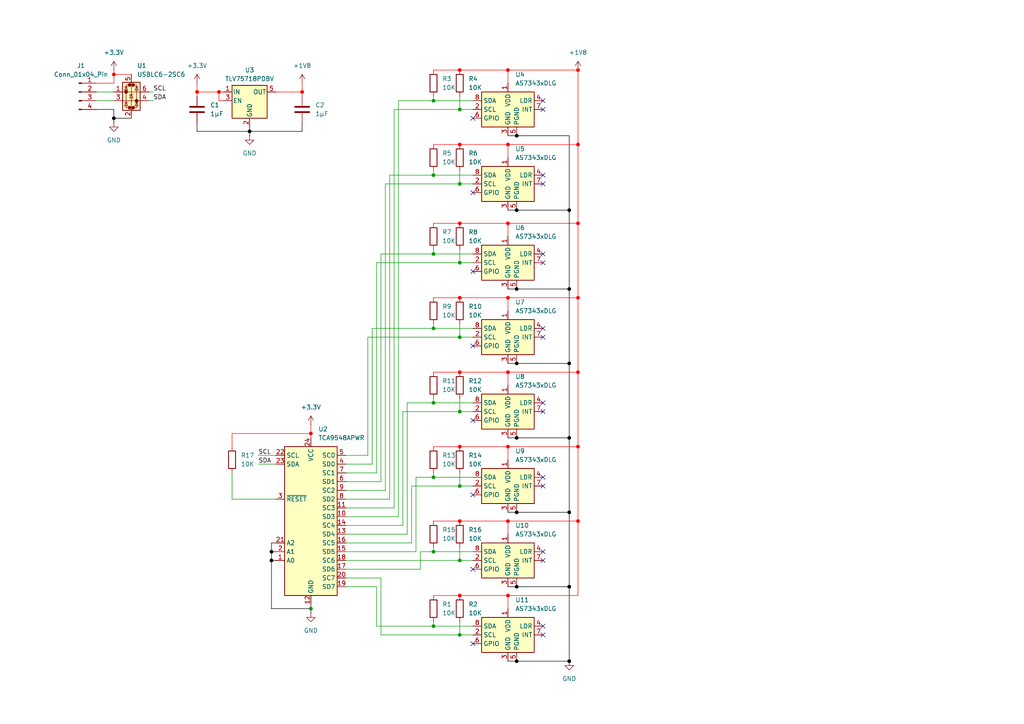
<source format=kicad_sch>
(kicad_sch (version 20250114) (generator "eeschema") (generator_version "9.0")
  (paper "A4")
  (lib_symbols
    (symbol "Connector:Conn_01x04_Pin" (pin_names (offset 1.016) (hide yes))
      (property "Reference" "J" (at 0 5.08 0))
      (property "Value" "Conn_01x04_Pin" (at 0 -7.62 0))
      (symbol "Conn_01x04_Pin_1_1"
        (rectangle (start 0.8636 2.667) (end 0 2.413) (stroke (width 0.1524)) (fill (type outline)))
        (rectangle (start 0.8636 0.127) (end 0 -0.127) (stroke (width 0.1524)) (fill (type outline)))
        (rectangle (start 0.8636 -2.413) (end 0 -2.667) (stroke (width 0.1524)) (fill (type outline)))
        (rectangle (start 0.8636 -4.953) (end 0 -5.207) (stroke (width 0.1524)) (fill (type outline)))
        (polyline (pts (xy 1.27 2.54) (xy 0.8636 2.54)) (stroke (width 0.1524)))
        (polyline (pts (xy 1.27 0) (xy 0.8636 0)) (stroke (width 0.1524)))
        (polyline (pts (xy 1.27 -2.54) (xy 0.8636 -2.54)) (stroke (width 0.1524)))
        (polyline (pts (xy 1.27 -5.08) (xy 0.8636 -5.08)) (stroke (width 0.1524)))
        (pin passive line (at 5.08 2.54 180) (length 3.81) (name "Pin_1") (number "1"))
        (pin passive line (at 5.08 0 180) (length 3.81) (name "Pin_2") (number "2"))
        (pin passive line (at 5.08 -2.54 180) (length 3.81) (name "Pin_3") (number "3"))
        (pin passive line (at 5.08 -5.08 180) (length 3.81) (name "Pin_4") (number "4"))
      )
    )
    (symbol "Device:C" (pin_numbers (hide yes)) (pin_names (offset 0.254))
      (property "Reference" "C" (at 0.635 2.54 0))
      (property "Value" "C" (at 0.635 -2.54 0))
      (symbol "C_0_1"
        (polyline (pts (xy -2.032 0.762) (xy 2.032 0.762)) (stroke (width 0.508)))
        (polyline (pts (xy -2.032 -0.762) (xy 2.032 -0.762)) (stroke (width 0.508)))
      )
      (symbol "C_1_1"
        (pin passive line (at 0 3.81 270) (length 2.794) (name "~") (number "1"))
        (pin passive line (at 0 -3.81 90) (length 2.794) (name "~") (number "2"))
      )
    )
    (symbol "Device:R" (pin_numbers (hide yes)) (pin_names (offset 0))
      (property "Reference" "R" (at 2.032 0 90))
      (property "Value" "R" (at 0 0 90))
      (symbol "R_0_1"
        (rectangle (start -1.016 -2.54) (end 1.016 2.54) (stroke (width 0.254)))
      )
      (symbol "R_1_1"
        (pin passive line (at 0 3.81 270) (length 1.27) (name "~") (number "1"))
        (pin passive line (at 0 -3.81 90) (length 1.27) (name "~") (number "2"))
      )
    )
    (symbol "Interface_Expansion:TCA9548APWR"
      (property "Reference" "U" (at -7.62 21.59 0))
      (property "Value" "TCA9548APWR" (at 1.016 21.59 0))
      (symbol "TCA9548APWR_0_1"
        (rectangle (start -7.62 20.32) (end 7.62 -22.86) (stroke (width 0.254)) (fill (type background)))
      )
      (symbol "TCA9548APWR_1_1"
        (pin input line (at -10.16 17.78 0) (length 2.54) (name "SCL") (number "22"))
        (pin bidirectional line (at -10.16 15.24 0) (length 2.54) (name "SDA") (number "23"))
        (pin input line (at -10.16 5.08 0) (length 2.54) (name "~{RESET}") (number "3"))
        (pin input line (at -10.16 -7.62 0) (length 2.54) (name "A2") (number "21"))
        (pin input line (at -10.16 -10.16 0) (length 2.54) (name "A1") (number "2"))
        (pin input line (at -10.16 -12.7 0) (length 2.54) (name "A0") (number "1"))
        (pin power_in line (at 0 22.86 270) (length 2.54) (name "VCC") (number "24"))
        (pin power_in line (at 0 -25.4 90) (length 2.54) (name "GND") (number "12"))
        (pin output line (at 10.16 17.78 180) (length 2.54) (name "SC0") (number "5"))
        (pin bidirectional line (at 10.16 15.24 180) (length 2.54) (name "SD0") (number "4"))
        (pin output line (at 10.16 12.7 180) (length 2.54) (name "SC1") (number "7"))
        (pin bidirectional line (at 10.16 10.16 180) (length 2.54) (name "SD1") (number "6"))
        (pin output line (at 10.16 7.62 180) (length 2.54) (name "SC2") (number "9"))
        (pin bidirectional line (at 10.16 5.08 180) (length 2.54) (name "SD2") (number "8"))
        (pin output line (at 10.16 2.54 180) (length 2.54) (name "SC3") (number "11"))
        (pin bidirectional line (at 10.16 0 180) (length 2.54) (name "SD3") (number "10"))
        (pin output line (at 10.16 -2.54 180) (length 2.54) (name "SC4") (number "14"))
        (pin bidirectional line (at 10.16 -5.08 180) (length 2.54) (name "SD4") (number "13"))
        (pin output line (at 10.16 -7.62 180) (length 2.54) (name "SC5") (number "16"))
        (pin bidirectional line (at 10.16 -10.16 180) (length 2.54) (name "SD5") (number "15"))
        (pin output line (at 10.16 -12.7 180) (length 2.54) (name "SC6") (number "18"))
        (pin bidirectional line (at 10.16 -15.24 180) (length 2.54) (name "SD6") (number "17"))
        (pin output line (at 10.16 -17.78 180) (length 2.54) (name "SC7") (number "20"))
        (pin bidirectional line (at 10.16 -20.32 180) (length 2.54) (name "SD7") (number "19"))
      )
    )
    (symbol "Power_Protection:USBLC6-2SC6" (pin_names (hide yes))
      (property "Reference" "U" (at 0.635 5.715 0))
      (property "Value" "USBLC6-2SC6" (at 0.635 3.81 0))
      (symbol "USBLC6-2SC6_0_0"
        (circle (center -1.524 0) (radius 0.0001) (stroke (width 0.508)))
        (circle (center -0.508 2.032) (radius 0.0001) (stroke (width 0.508)))
        (circle (center -0.508 -4.572) (radius 0.0001) (stroke (width 0.508)))
        (circle (center 0.508 2.032) (radius 0.0001) (stroke (width 0.508)))
        (circle (center 0.508 -4.572) (radius 0.0001) (stroke (width 0.508)))
        (circle (center 1.524 -2.54) (radius 0.0001) (stroke (width 0.508)))
      )
      (symbol "USBLC6-2SC6_0_1"
        (polyline (pts (xy -2.54 0) (xy 2.54 0)))
        (polyline (pts (xy -2.54 -2.54) (xy 2.54 -2.54)))
        (polyline (pts (xy -2.032 0.508) (xy -1.016 0.508) (xy -1.524 1.524) (xy -2.032 0.508)))
        (polyline (pts (xy -2.032 -3.048) (xy -1.016 -3.048)))
        (polyline (pts (xy -1.016 1.524) (xy -2.032 1.524)))
        (polyline (pts (xy -1.016 -4.064) (xy -2.032 -4.064) (xy -1.524 -3.048) (xy -1.016 -4.064)))
        (polyline (pts (xy -0.508 -1.143) (xy -0.508 -0.762) (xy 0.508 -0.762)))
        (polyline (pts (xy 0 2.54) (xy -0.508 2.032) (xy 0.508 2.032) (xy 0 1.524) (xy 0 -4.064) (xy -0.508 -4.572) (xy 0.508 -4.572) (xy 0 -5.08)))
        (polyline (pts (xy 0.508 -1.778) (xy -0.508 -1.778) (xy 0 -0.762) (xy 0.508 -1.778)))
        (polyline (pts (xy 1.016 1.524) (xy 2.032 1.524)))
        (polyline (pts (xy 1.016 -3.048) (xy 2.032 -3.048)))
        (polyline (pts (xy 2.032 0.508) (xy 1.016 0.508) (xy 1.524 1.524) (xy 2.032 0.508)))
        (polyline (pts (xy 2.032 -4.064) (xy 1.016 -4.064) (xy 1.524 -3.048) (xy 2.032 -4.064)))
      )
      (symbol "USBLC6-2SC6_1_1"
        (rectangle (start -2.54 2.794) (end 2.54 -5.334) (stroke (width 0.254)) (fill (type background)))
        (polyline (pts (xy -0.508 2.032) (xy -1.524 2.032) (xy -1.524 -4.572) (xy -0.508 -4.572)))
        (polyline (pts (xy 0.508 -4.572) (xy 1.524 -4.572) (xy 1.524 2.032) (xy 0.508 2.032)))
        (pin passive line (at -5.08 0 0) (length 2.54) (name "I/O1") (number "1"))
        (pin passive line (at -5.08 -2.54 0) (length 2.54) (name "I/O2") (number "3"))
        (pin passive line (at 0 5.08 270) (length 2.54) (name "VBUS") (number "5"))
        (pin passive line (at 0 -7.62 90) (length 2.54) (name "GND") (number "2"))
        (pin passive line (at 5.08 0 180) (length 2.54) (name "I/O1") (number "6"))
        (pin passive line (at 5.08 -2.54 180) (length 2.54) (name "I/O2") (number "4"))
      )
    )
    (symbol "Regulator_Linear:TLV75718PDBV" (pin_names (offset 0.254))
      (property "Reference" "U" (at -3.81 5.715 0))
      (property "Value" "TLV75718PDBV" (at 0 5.715 0))
      (symbol "TLV75718PDBV_0_1"
        (rectangle (start -5.08 4.445) (end 5.08 -5.08) (stroke (width 0.254)) (fill (type background)))
      )
      (symbol "TLV75718PDBV_1_1"
        (pin power_in line (at -7.62 2.54 0) (length 2.54) (name "IN") (number "1"))
        (pin input line (at -7.62 0 0) (length 2.54) (name "EN") (number "3"))
        (pin power_in line (at 0 -7.62 90) (length 2.54) (name "GND") (number "2"))
        (pin no_connect line (at 5.08 0 180) (length 2.54) (hide yes) (name "NC") (number "4"))
        (pin power_out line (at 7.62 2.54 180) (length 2.54) (name "OUT") (number "5"))
      )
    )
    (symbol "Sensor_Optical:AS7343xDLG"
      (property "Reference" "U" (at -2.54 8.255 0))
      (property "Value" "AS7343xDLG" (at -2.54 6.35 0))
      (symbol "AS7343xDLG_0_1"
        (rectangle (start -7.62 5.08) (end 7.62 -5.08) (stroke (width 0.254)) (fill (type background)))
      )
      (symbol "AS7343xDLG_1_1"
        (pin bidirectional line (at -10.16 2.54 0) (length 2.54) (name "SDA") (number "8"))
        (pin input line (at -10.16 0 0) (length 2.54) (name "SCL") (number "2"))
        (pin input line (at -10.16 -2.54 0) (length 2.54) (name "GPIO") (number "6"))
        (pin power_in line (at 0 7.62 270) (length 2.54) (name "VDD") (number "1"))
        (pin power_in line (at 0 -7.62 90) (length 2.54) (name "GND") (number "3"))
        (pin power_in line (at 2.54 -7.62 90) (length 2.54) (name "PGND") (number "5"))
        (pin passive line (at 10.16 2.54 180) (length 2.54) (name "LDR") (number "4"))
        (pin open_collector line (at 10.16 0 180) (length 2.54) (name "INT") (number "7"))
      )
    )
    (symbol "power:+1V8" (power) (pin_numbers (hide yes)) (pin_names (offset 0) (hide yes))
      (property "Value" "+1V8" (at 0 3.556 0))
      (symbol "+1V8_0_1"
        (polyline (pts (xy -0.762 1.27) (xy 0 2.54)))
        (polyline (pts (xy 0 2.54) (xy 0.762 1.27)))
        (polyline (pts (xy 0 0) (xy 0 2.54)))
      )
      (symbol "+1V8_1_1"
        (pin power_in line (at 0 0 90) (length 0) (name "~") (number "1"))
      )
    )
    (symbol "power:+3.3V" (power) (pin_numbers (hide yes)) (pin_names (offset 0) (hide yes))
      (property "Value" "+3.3V" (at 0 3.556 0))
      (symbol "+3.3V_0_1"
        (polyline (pts (xy -0.762 1.27) (xy 0 2.54)))
        (polyline (pts (xy 0 2.54) (xy 0.762 1.27)))
        (polyline (pts (xy 0 0) (xy 0 2.54)))
      )
      (symbol "+3.3V_1_1"
        (pin power_in line (at 0 0 90) (length 0) (name "~") (number "1"))
      )
    )
    (symbol "power:GND" (power) (pin_numbers (hide yes)) (pin_names (offset 0) (hide yes))
      (property "Value" "GND" (at 0 -3.81 0))
      (symbol "GND_0_1"
        (polyline (pts (xy 0 0) (xy 0 -1.27) (xy 1.27 -1.27) (xy 0 -2.54) (xy -1.27 -1.27) (xy 0 -1.27)))
      )
      (symbol "GND_1_1"
        (pin power_in line (at 0 0 270) (length 0) (name "~") (number "1"))
      )
    )
  )
  (junction (at 167.64 20.32) (color 255 0 0 1))
  (junction (at 147.32 172.72) (color 255 0 0 1))
  (junction (at 149.86 39.37) (color 0 0 0 1))
  (junction (at 133.35 172.72) (color 255 0 0 1))
  (junction (at 165.1 83.82) (color 0 0 0 1))
  (junction (at 149.86 170.18) (color 0 0 0 1))
  (junction (at 90.17 125.73) (color 255 0 0 1))
  (junction (at 57.15 26.67) (color 255 0 0 1))
  (junction (at 125.73 50.8))
  (junction (at 149.86 191.77) (color 0 0 0 1))
  (junction (at 133.35 129.54) (color 255 0 0 1))
  (junction (at 133.35 119.38))
  (junction (at 125.73 95.25))
  (junction (at 133.35 64.77) (color 255 0 0 1))
  (junction (at 125.73 73.66))
  (junction (at 147.32 107.95) (color 255 0 0 1))
  (junction (at 167.64 129.54) (color 255 0 0 1))
  (junction (at 149.86 148.59) (color 0 0 0 1))
  (junction (at 167.64 107.95) (color 255 0 0 1))
  (junction (at 167.64 151.13) (color 255 0 0 1))
  (junction (at 133.35 53.34))
  (junction (at 167.64 41.91) (color 255 0 0 1))
  (junction (at 147.32 151.13) (color 255 0 0 1))
  (junction (at 149.86 105.41) (color 0 0 0 1))
  (junction (at 33.02 21.59) (color 255 0 0 1))
  (junction (at 78.74 160.02) (color 0 0 0 1))
  (junction (at 165.1 127) (color 0 0 0 1))
  (junction (at 63.5 26.67) (color 255 0 0 1))
  (junction (at 133.35 151.13) (color 255 0 0 1))
  (junction (at 167.64 86.36) (color 255 0 0 1))
  (junction (at 167.64 64.77) (color 255 0 0 1))
  (junction (at 133.35 140.97))
  (junction (at 149.86 127) (color 0 0 0 1))
  (junction (at 125.73 138.43))
  (junction (at 133.35 31.75))
  (junction (at 147.32 41.91) (color 255 0 0 1))
  (junction (at 165.1 170.18) (color 0 0 0 1))
  (junction (at 125.73 181.61))
  (junction (at 125.73 160.02))
  (junction (at 87.63 26.67) (color 255 0 0 1))
  (junction (at 165.1 191.77) (color 0 0 0 1))
  (junction (at 133.35 20.32) (color 255 0 0 1))
  (junction (at 33.02 34.29) (color 0 0 0 1))
  (junction (at 149.86 83.82) (color 0 0 0 1))
  (junction (at 147.32 86.36) (color 255 0 0 1))
  (junction (at 78.74 162.56) (color 0 0 0 1))
  (junction (at 72.39 38.1) (color 0 0 0 1))
  (junction (at 147.32 64.77) (color 255 0 0 1))
  (junction (at 125.73 29.21))
  (junction (at 165.1 105.41) (color 0 0 0 1))
  (junction (at 165.1 60.96) (color 0 0 0 1))
  (junction (at 133.35 162.56))
  (junction (at 147.32 20.32) (color 255 0 0 1))
  (junction (at 90.17 176.53))
  (junction (at 149.86 60.96) (color 0 0 0 1))
  (junction (at 133.35 184.15))
  (junction (at 133.35 97.79))
  (junction (at 165.1 148.59) (color 0 0 0 1))
  (junction (at 125.73 116.84))
  (junction (at 147.32 129.54) (color 255 0 0 1))
  (junction (at 133.35 41.91) (color 255 0 0 1))
  (junction (at 133.35 86.36) (color 255 0 0 1))
  (junction (at 133.35 107.95) (color 255 0 0 1))
  (junction (at 133.35 76.2))
  (no_connect (at 137.16 143.51))
  (no_connect (at 157.48 116.84))
  (no_connect (at 157.48 181.61))
  (no_connect (at 137.16 78.74))
  (no_connect (at 137.16 55.88))
  (no_connect (at 157.48 73.66))
  (no_connect (at 137.16 100.33))
  (no_connect (at 137.16 121.92))
  (no_connect (at 157.48 50.8))
  (no_connect (at 137.16 34.29))
  (no_connect (at 157.48 184.15))
  (no_connect (at 157.48 138.43))
  (no_connect (at 157.48 162.56))
  (no_connect (at 157.48 76.2))
  (no_connect (at 157.48 97.79))
  (no_connect (at 157.48 29.21))
  (no_connect (at 137.16 165.1))
  (no_connect (at 157.48 140.97))
  (no_connect (at 137.16 186.69))
  (no_connect (at 157.48 119.38))
  (no_connect (at 157.48 53.34))
  (no_connect (at 157.48 31.75))
  (no_connect (at 157.48 160.02))
  (no_connect (at 157.48 95.25))
  (wire (pts (xy 110.49 139.7) (xy 110.49 73.66)))
  (wire (pts (xy 147.32 45.72) (xy 147.32 41.91)) (stroke (width 0) (color 255 0 0 1)))
  (wire (pts (xy 114.3 31.75) (xy 133.35 31.75)))
  (wire (pts (xy 119.38 157.48) (xy 100.33 157.48)))
  (wire (pts (xy 137.16 53.34) (xy 133.35 53.34)))
  (wire (pts (xy 167.64 172.72) (xy 167.64 151.13)) (stroke (width 0) (color 255 0 0 1)))
  (wire (pts (xy 27.94 29.21) (xy 33.02 29.21)))
  (wire (pts (xy 147.32 151.13) (xy 147.32 154.94)) (stroke (width 0) (color 255 0 0 1)))
  (wire (pts (xy 64.77 29.21) (xy 63.5 29.21)) (stroke (width 0) (color 255 0 0 1)))
  (wire (pts (xy 125.73 160.02) (xy 121.92 160.02)))
  (wire (pts (xy 133.35 20.32) (xy 147.32 20.32)) (stroke (width 0) (color 255 0 0 1)))
  (wire (pts (xy 120.65 160.02) (xy 100.33 160.02)))
  (wire (pts (xy 167.64 129.54) (xy 167.64 107.95)) (stroke (width 0) (color 255 0 0 1)))
  (wire (pts (xy 90.17 125.73) (xy 67.31 125.73)) (stroke (width 0) (color 255 0 0 1)))
  (wire (pts (xy 87.63 38.1) (xy 87.63 35.56)) (stroke (width 0) (color 0 0 0 1)))
  (wire (pts (xy 147.32 148.59) (xy 149.86 148.59)) (stroke (width 0) (color 0 0 0 1)))
  (wire (pts (xy 133.35 27.94) (xy 133.35 31.75)))
  (wire (pts (xy 33.02 21.59) (xy 38.1 21.59)) (stroke (width 0) (color 255 0 0 1)))
  (wire (pts (xy 125.73 158.75) (xy 125.73 160.02)))
  (wire (pts (xy 133.35 86.36) (xy 147.32 86.36)) (stroke (width 0) (color 255 0 0 1)))
  (wire (pts (xy 125.73 86.36) (xy 133.35 86.36)) (stroke (width 0) (color 255 0 0 1)))
  (wire (pts (xy 43.18 26.67) (xy 44.45 26.67)))
  (wire (pts (xy 72.39 36.83) (xy 72.39 38.1)) (stroke (width 0) (color 0 0 0 1)))
  (wire (pts (xy 90.17 175.26) (xy 90.17 176.53)) (stroke (width 0) (color 0 0 0 1)))
  (wire (pts (xy 167.64 107.95) (xy 167.64 86.36)) (stroke (width 0) (color 255 0 0 1)))
  (wire (pts (xy 57.15 24.13) (xy 57.15 26.67)) (stroke (width 0) (color 255 0 0 1)))
  (wire (pts (xy 125.73 41.91) (xy 133.35 41.91)) (stroke (width 0) (color 255 0 0 1)))
  (wire (pts (xy 133.35 107.95) (xy 147.32 107.95)) (stroke (width 0) (color 255 0 0 1)))
  (wire (pts (xy 27.94 31.75) (xy 33.02 31.75)) (stroke (width 0) (color 0 0 0 1)))
  (wire (pts (xy 87.63 26.67) (xy 87.63 27.94)) (stroke (width 0) (color 255 0 0 1)))
  (wire (pts (xy 149.86 127) (xy 165.1 127)) (stroke (width 0) (color 0 0 0 1)))
  (wire (pts (xy 137.16 116.84) (xy 125.73 116.84)))
  (wire (pts (xy 125.73 93.98) (xy 125.73 95.25)))
  (wire (pts (xy 137.16 138.43) (xy 125.73 138.43)))
  (wire (pts (xy 125.73 50.8) (xy 137.16 50.8)))
  (wire (pts (xy 167.64 151.13) (xy 167.64 129.54)) (stroke (width 0) (color 255 0 0 1)))
  (wire (pts (xy 125.73 180.34) (xy 125.73 181.61)))
  (wire (pts (xy 137.16 76.2) (xy 133.35 76.2)))
  (wire (pts (xy 107.95 95.25) (xy 125.73 95.25)))
  (wire (pts (xy 147.32 41.91) (xy 167.64 41.91)) (stroke (width 0) (color 255 0 0 1)))
  (wire (pts (xy 125.73 116.84) (xy 118.11 116.84)))
  (wire (pts (xy 114.3 147.32) (xy 114.3 31.75)))
  (wire (pts (xy 74.93 132.08) (xy 80.01 132.08)))
  (wire (pts (xy 165.1 60.96) (xy 165.1 83.82)) (stroke (width 0) (color 0 0 0 1)))
  (wire (pts (xy 100.33 132.08) (xy 106.68 132.08)))
  (wire (pts (xy 57.15 35.56) (xy 57.15 38.1)) (stroke (width 0) (color 0 0 0 1)))
  (wire (pts (xy 125.73 151.13) (xy 133.35 151.13)) (stroke (width 0) (color 255 0 0 1)))
  (wire (pts (xy 167.64 151.13) (xy 147.32 151.13)) (stroke (width 0) (color 255 0 0 1)))
  (wire (pts (xy 147.32 64.77) (xy 167.64 64.77)) (stroke (width 0) (color 255 0 0 1)))
  (wire (pts (xy 109.22 137.16) (xy 100.33 137.16)))
  (wire (pts (xy 133.35 115.57) (xy 133.35 119.38)))
  (wire (pts (xy 111.76 142.24) (xy 100.33 142.24)))
  (wire (pts (xy 149.86 191.77) (xy 165.1 191.77)) (stroke (width 0) (color 0 0 0 1)))
  (wire (pts (xy 147.32 133.35) (xy 147.32 129.54)) (stroke (width 0) (color 255 0 0 1)))
  (wire (pts (xy 72.39 38.1) (xy 72.39 39.37)) (stroke (width 0) (color 0 0 0 1)))
  (wire (pts (xy 133.35 41.91) (xy 147.32 41.91)) (stroke (width 0) (color 255 0 0 1)))
  (wire (pts (xy 115.57 149.86) (xy 100.33 149.86)))
  (wire (pts (xy 133.35 119.38) (xy 116.84 119.38)))
  (wire (pts (xy 113.03 50.8) (xy 113.03 144.78)))
  (wire (pts (xy 125.73 20.32) (xy 133.35 20.32)) (stroke (width 0) (color 255 0 0 1)))
  (wire (pts (xy 125.73 172.72) (xy 133.35 172.72)) (stroke (width 0) (color 255 0 0 1)))
  (wire (pts (xy 87.63 24.13) (xy 87.63 26.67)) (stroke (width 0) (color 255 0 0 1)))
  (wire (pts (xy 109.22 76.2) (xy 133.35 76.2)))
  (wire (pts (xy 72.39 38.1) (xy 87.63 38.1)) (stroke (width 0) (color 0 0 0 1)))
  (wire (pts (xy 116.84 152.4) (xy 100.33 152.4)))
  (wire (pts (xy 147.32 172.72) (xy 167.64 172.72)) (stroke (width 0) (color 255 0 0 1)))
  (wire (pts (xy 165.1 127) (xy 165.1 148.59)) (stroke (width 0) (color 0 0 0 1)))
  (wire (pts (xy 114.3 147.32) (xy 100.33 147.32)))
  (wire (pts (xy 100.33 144.78) (xy 113.03 144.78)))
  (wire (pts (xy 125.73 72.39) (xy 125.73 73.66)))
  (wire (pts (xy 109.22 170.18) (xy 100.33 170.18)))
  (wire (pts (xy 33.02 34.29) (xy 33.02 35.56)) (stroke (width 0) (color 0 0 0 1)))
  (wire (pts (xy 106.68 132.08) (xy 106.68 97.79)))
  (wire (pts (xy 74.93 134.62) (xy 80.01 134.62)))
  (wire (pts (xy 133.35 49.53) (xy 133.35 53.34)))
  (wire (pts (xy 137.16 184.15) (xy 133.35 184.15)))
  (wire (pts (xy 125.73 107.95) (xy 133.35 107.95)) (stroke (width 0) (color 255 0 0 1)))
  (wire (pts (xy 167.64 41.91) (xy 167.64 20.32)) (stroke (width 0) (color 255 0 0 1)))
  (wire (pts (xy 137.16 140.97) (xy 133.35 140.97)))
  (wire (pts (xy 125.73 137.16) (xy 125.73 138.43)))
  (wire (pts (xy 147.32 191.77) (xy 149.86 191.77)) (stroke (width 0) (color 0 0 0 1)))
  (wire (pts (xy 147.32 176.53) (xy 147.32 172.72)) (stroke (width 0) (color 255 0 0 1)))
  (wire (pts (xy 149.86 83.82) (xy 165.1 83.82)) (stroke (width 0) (color 0 0 0 1)))
  (wire (pts (xy 133.35 72.39) (xy 133.35 76.2)))
  (wire (pts (xy 57.15 38.1) (xy 72.39 38.1)) (stroke (width 0) (color 0 0 0 1)))
  (wire (pts (xy 167.64 86.36) (xy 167.64 64.77)) (stroke (width 0) (color 255 0 0 1)))
  (wire (pts (xy 125.73 29.21) (xy 137.16 29.21)))
  (wire (pts (xy 133.35 162.56) (xy 137.16 162.56)))
  (wire (pts (xy 133.35 180.34) (xy 133.35 184.15)))
  (wire (pts (xy 33.02 31.75) (xy 33.02 34.29)) (stroke (width 0) (color 0 0 0 1)))
  (wire (pts (xy 133.35 129.54) (xy 147.32 129.54)) (stroke (width 0) (color 255 0 0 1)))
  (wire (pts (xy 90.17 125.73) (xy 90.17 127)) (stroke (width 0) (color 255 0 0 1)))
  (wire (pts (xy 149.86 39.37) (xy 165.1 39.37)) (stroke (width 0) (color 0 0 0 1)))
  (wire (pts (xy 149.86 105.41) (xy 165.1 105.41)) (stroke (width 0) (color 0 0 0 1)))
  (wire (pts (xy 133.35 151.13) (xy 147.32 151.13)) (stroke (width 0) (color 255 0 0 1)))
  (wire (pts (xy 147.32 170.18) (xy 149.86 170.18)) (stroke (width 0) (color 0 0 0 1)))
  (wire (pts (xy 78.74 160.02) (xy 78.74 157.48)) (stroke (width 0) (color 0 0 0 1)))
  (wire (pts (xy 78.74 162.56) (xy 78.74 160.02)) (stroke (width 0) (color 0 0 0 1)))
  (wire (pts (xy 125.73 138.43) (xy 120.65 138.43)))
  (wire (pts (xy 63.5 26.67) (xy 64.77 26.67)) (stroke (width 0) (color 255 0 0 1)))
  (wire (pts (xy 57.15 26.67) (xy 57.15 27.94)) (stroke (width 0) (color 255 0 0 1)))
  (wire (pts (xy 100.33 139.7) (xy 110.49 139.7)))
  (wire (pts (xy 125.73 181.61) (xy 109.22 181.61)))
  (wire (pts (xy 33.02 21.59) (xy 33.02 24.13)) (stroke (width 0) (color 255 0 0 1)))
  (wire (pts (xy 100.33 162.56) (xy 133.35 162.56)))
  (wire (pts (xy 137.16 119.38) (xy 133.35 119.38)))
  (wire (pts (xy 125.73 49.53) (xy 125.73 50.8)))
  (wire (pts (xy 165.1 148.59) (xy 165.1 170.18)) (stroke (width 0) (color 0 0 0 1)))
  (wire (pts (xy 167.64 64.77) (xy 167.64 41.91)) (stroke (width 0) (color 255 0 0 1)))
  (wire (pts (xy 165.1 83.82) (xy 165.1 105.41)) (stroke (width 0) (color 0 0 0 1)))
  (wire (pts (xy 147.32 127) (xy 149.86 127)) (stroke (width 0) (color 0 0 0 1)))
  (wire (pts (xy 109.22 137.16) (xy 109.22 76.2)))
  (wire (pts (xy 113.03 50.8) (xy 125.73 50.8)))
  (wire (pts (xy 149.86 148.59) (xy 165.1 148.59)) (stroke (width 0) (color 0 0 0 1)))
  (wire (pts (xy 125.73 115.57) (xy 125.73 116.84)))
  (wire (pts (xy 90.17 123.19) (xy 90.17 125.73)) (stroke (width 0) (color 255 0 0 1)))
  (wire (pts (xy 33.02 24.13) (xy 27.94 24.13)) (stroke (width 0) (color 255 0 0 1)))
  (wire (pts (xy 125.73 27.94) (xy 125.73 29.21)))
  (wire (pts (xy 78.74 176.53) (xy 78.74 162.56)) (stroke (width 0) (color 0 0 0 1)))
  (wire (pts (xy 147.32 24.13) (xy 147.32 20.32)) (stroke (width 0) (color 255 0 0 1)))
  (wire (pts (xy 133.35 137.16) (xy 133.35 140.97)))
  (wire (pts (xy 133.35 64.77) (xy 147.32 64.77)) (stroke (width 0) (color 255 0 0 1)))
  (wire (pts (xy 118.11 116.84) (xy 118.11 154.94)))
  (wire (pts (xy 147.32 86.36) (xy 167.64 86.36)) (stroke (width 0) (color 255 0 0 1)))
  (wire (pts (xy 78.74 160.02) (xy 80.01 160.02)) (stroke (width 0) (color 0 0 0 1)))
  (wire (pts (xy 110.49 167.64) (xy 100.33 167.64)))
  (wire (pts (xy 165.1 105.41) (xy 165.1 127)) (stroke (width 0) (color 0 0 0 1)))
  (wire (pts (xy 67.31 144.78) (xy 80.01 144.78)))
  (wire (pts (xy 120.65 138.43) (xy 120.65 160.02)))
  (wire (pts (xy 147.32 39.37) (xy 149.86 39.37)) (stroke (width 0) (color 0 0 0 1)))
  (wire (pts (xy 147.32 129.54) (xy 167.64 129.54)) (stroke (width 0) (color 255 0 0 1)))
  (wire (pts (xy 111.76 53.34) (xy 133.35 53.34)))
  (wire (pts (xy 90.17 176.53) (xy 78.74 176.53)) (stroke (width 0) (color 0 0 0 1)))
  (wire (pts (xy 116.84 119.38) (xy 116.84 152.4)))
  (wire (pts (xy 147.32 107.95) (xy 147.32 111.76)) (stroke (width 0) (color 255 0 0 1)))
  (wire (pts (xy 110.49 73.66) (xy 125.73 73.66)))
  (wire (pts (xy 133.35 172.72) (xy 147.32 172.72)) (stroke (width 0) (color 255 0 0 1)))
  (wire (pts (xy 149.86 60.96) (xy 165.1 60.96)) (stroke (width 0) (color 0 0 0 1)))
  (wire (pts (xy 125.73 64.77) (xy 133.35 64.77)) (stroke (width 0) (color 255 0 0 1)))
  (wire (pts (xy 125.73 181.61) (xy 137.16 181.61)))
  (wire (pts (xy 27.94 26.67) (xy 33.02 26.67)))
  (wire (pts (xy 147.32 90.17) (xy 147.32 86.36)) (stroke (width 0) (color 255 0 0 1)))
  (wire (pts (xy 121.92 165.1) (xy 100.33 165.1)))
  (wire (pts (xy 133.35 140.97) (xy 119.38 140.97)))
  (wire (pts (xy 133.35 158.75) (xy 133.35 162.56)))
  (wire (pts (xy 118.11 154.94) (xy 100.33 154.94)))
  (wire (pts (xy 57.15 26.67) (xy 63.5 26.67)) (stroke (width 0) (color 255 0 0 1)))
  (wire (pts (xy 133.35 93.98) (xy 133.35 97.79)))
  (wire (pts (xy 63.5 29.21) (xy 63.5 26.67)) (stroke (width 0) (color 255 0 0 1)))
  (wire (pts (xy 147.32 105.41) (xy 149.86 105.41)) (stroke (width 0) (color 0 0 0 1)))
  (wire (pts (xy 137.16 160.02) (xy 125.73 160.02)))
  (wire (pts (xy 147.32 68.58) (xy 147.32 64.77)) (stroke (width 0) (color 255 0 0 1)))
  (wire (pts (xy 147.32 60.96) (xy 149.86 60.96)) (stroke (width 0) (color 0 0 0 1)))
  (wire (pts (xy 78.74 162.56) (xy 80.01 162.56)) (stroke (width 0) (color 0 0 0 1)))
  (wire (pts (xy 43.18 29.21) (xy 44.45 29.21)))
  (wire (pts (xy 121.92 160.02) (xy 121.92 165.1)))
  (wire (pts (xy 165.1 39.37) (xy 165.1 60.96)) (stroke (width 0) (color 0 0 0 1)))
  (wire (pts (xy 165.1 170.18) (xy 165.1 191.77)) (stroke (width 0) (color 0 0 0 1)))
  (wire (pts (xy 149.86 170.18) (xy 165.1 170.18)) (stroke (width 0) (color 0 0 0 1)))
  (wire (pts (xy 67.31 137.16) (xy 67.31 144.78)))
  (wire (pts (xy 109.22 181.61) (xy 109.22 170.18)))
  (wire (pts (xy 100.33 134.62) (xy 107.95 134.62)))
  (wire (pts (xy 115.57 29.21) (xy 115.57 149.86)))
  (wire (pts (xy 115.57 29.21) (xy 125.73 29.21)))
  (wire (pts (xy 133.35 184.15) (xy 110.49 184.15)))
  (wire (pts (xy 147.32 20.32) (xy 167.64 20.32)) (stroke (width 0) (color 255 0 0 1)))
  (wire (pts (xy 137.16 97.79) (xy 133.35 97.79)))
  (wire (pts (xy 137.16 95.25) (xy 125.73 95.25)))
  (wire (pts (xy 78.74 157.48) (xy 80.01 157.48)) (stroke (width 0) (color 0 0 0 1)))
  (wire (pts (xy 111.76 142.24) (xy 111.76 53.34)))
  (wire (pts (xy 167.64 107.95) (xy 147.32 107.95)) (stroke (width 0) (color 255 0 0 1)))
  (wire (pts (xy 33.02 20.32) (xy 33.02 21.59)) (stroke (width 0) (color 255 0 0 1)))
  (wire (pts (xy 33.02 34.29) (xy 38.1 34.29)) (stroke (width 0) (color 0 0 0 1)))
  (wire (pts (xy 125.73 73.66) (xy 137.16 73.66)))
  (wire (pts (xy 133.35 31.75) (xy 137.16 31.75)))
  (wire (pts (xy 119.38 140.97) (xy 119.38 157.48)))
  (wire (pts (xy 110.49 184.15) (xy 110.49 167.64)))
  (wire (pts (xy 90.17 176.53) (xy 90.17 177.8)) (stroke (width 0) (color 0 0 0 1)))
  (wire (pts (xy 147.32 83.82) (xy 149.86 83.82)) (stroke (width 0) (color 0 0 0 1)))
  (wire (pts (xy 107.95 95.25) (xy 107.95 134.62)))
  (wire (pts (xy 125.73 129.54) (xy 133.35 129.54)) (stroke (width 0) (color 255 0 0 1)))
  (wire (pts (xy 106.68 97.79) (xy 133.35 97.79)))
  (wire (pts (xy 87.63 26.67) (xy 80.01 26.67)) (stroke (width 0) (color 255 0 0 1)))
  (wire (pts (xy 67.31 125.73) (xy 67.31 129.54)) (stroke (width 0) (color 255 0 0 1)))
  (label "SCL" (at 74.93 132.08 0))
  (label "SDA" (at 74.93 134.62 0))
  (label "SDA" (at 44.45 29.21 0))
  (label "SCL" (at 44.45 26.67 0))
  (symbol (lib_id "Device:R") (at 133.35 154.94 0) (unit 1)
    (property "Reference" "R16" (at 135.89 153.6699 0) (effects (justify left)))
    (property "Value" "10K" (at 135.89 156.2099 0) (effects (justify left)))
    (property "Footprint" "Resistor_SMD:R_0603_1608Metric" (effects (hide yes)))
    (property "Description" "Resistor" (effects (hide yes)))
  )
  (symbol (lib_id "Interface_Expansion:TCA9548APWR") (at 90.17 149.86 0) (unit 1)
    (property "Reference" "U2" (at 92.3133 124.46 0) (effects (justify left)))
    (property "Value" "TCA9548APWR" (at 92.3133 127 0) (effects (justify left)))
    (property "Footprint" "Package_SO:TSSOP-24_4.4x7.8mm_P0.65mm" (effects (hide yes)))
    (property "Datasheet" "http://www.ti.com/lit/ds/symlink/tca9548a.pdf" (effects (hide yes)))
    (property "Description" "Low voltage 8-channel I2C switch with reset, TSSOP-24" (effects (hide yes)))
  )
  (symbol (lib_id "power:GND") (at 72.39 39.37 0) (unit 1)
    (property "Reference" "#PWR04" (effects (hide yes)))
    (property "Value" "GND" (at 72.39 44.45 0))
    (property "Description" "Power symbol creates a global label with name \"GND\" , ground" (effects (hide yes)))
  )
  (symbol (lib_id "Device:R") (at 125.73 111.76 0) (unit 1)
    (property "Reference" "R11" (at 128.27 110.4899 0) (effects (justify left)))
    (property "Value" "10K" (at 128.27 113.0299 0) (effects (justify left)))
    (property "Footprint" "Resistor_SMD:R_0603_1608Metric" (effects (hide yes)))
    (property "Description" "Resistor" (effects (hide yes)))
  )
  (symbol (lib_id "Device:R") (at 125.73 154.94 0) (unit 1)
    (property "Reference" "R15" (at 128.27 153.6699 0) (effects (justify left)))
    (property "Value" "10K" (at 128.27 156.2099 0) (effects (justify left)))
    (property "Footprint" "Resistor_SMD:R_0603_1608Metric" (effects (hide yes)))
    (property "Description" "Resistor" (effects (hide yes)))
  )
  (symbol (lib_id "Device:C") (at 87.63 31.75 0) (unit 1)
    (property "Reference" "C2" (at 91.44 30.4799 0) (effects (justify left)))
    (property "Value" "1µF" (at 91.44 33.0199 0) (effects (justify left)))
    (property "Footprint" "Capacitor_SMD:C_0603_1608Metric" (effects (hide yes)))
    (property "Description" "Unpolarized capacitor" (effects (hide yes)))
  )
  (symbol (lib_id "Device:R") (at 67.31 133.35 0) (unit 1)
    (property "Reference" "R17" (at 69.85 132.0799 0) (effects (justify left)))
    (property "Value" "10K" (at 69.85 134.6199 0) (effects (justify left)))
    (property "Footprint" "Resistor_SMD:R_0603_1608Metric" (effects (hide yes)))
    (property "Description" "Resistor" (effects (hide yes)))
  )
  (symbol (lib_id "Sensor_Optical:AS7343xDLG") (at 147.32 162.56 0) (unit 1)
    (property "Reference" "U10" (at 149.4633 152.4 0) (effects (justify left)))
    (property "Value" "AS7343xDLG" (at 149.4633 154.94 0) (effects (justify left)))
    (property "Footprint" "Package_LGA:AMS_OLGA-8_2x3.1mm_P0.8mm" (effects (hide yes)))
    (property "Datasheet" "https://ams.com/documents/20143/6705498/AS7343_DS001046_6_00.pdf" (effects (hide yes)))
    (property "Description" "14-Channel Multi-Spectral Digital Sensor including XYZ, Clear and Flicker Detection, 380 - 1000 nm,OLGA-8" (effects (hide yes)))
  )
  (symbol (lib_id "Device:R") (at 133.35 24.13 0) (unit 1)
    (property "Reference" "R4" (at 135.89 22.8599 0) (effects (justify left)))
    (property "Value" "10K" (at 135.89 25.3999 0) (effects (justify left)))
    (property "Footprint" "Resistor_SMD:R_0603_1608Metric" (effects (hide yes)))
    (property "Description" "Resistor" (effects (hide yes)))
  )
  (symbol (lib_id "power:+1V8") (at 167.64 20.32 0) (unit 1)
    (property "Reference" "#PWR010" (effects (hide yes)))
    (property "Value" "+1V8" (at 167.64 15.24 0))
    (property "Description" "Power symbol creates a global label with name \"+1V8\"" (effects (hide yes)))
  )
  (symbol (lib_id "Device:C") (at 57.15 31.75 0) (unit 1)
    (property "Reference" "C1" (at 60.96 30.4799 0) (effects (justify left)))
    (property "Value" "1µF" (at 60.96 33.0199 0) (effects (justify left)))
    (property "Footprint" "Capacitor_SMD:C_0603_1608Metric" (effects (hide yes)))
    (property "Description" "Unpolarized capacitor" (effects (hide yes)))
  )
  (symbol (lib_id "power:+3.3V") (at 33.02 20.32 0) (unit 1)
    (property "Reference" "#PWR06" (effects (hide yes)))
    (property "Value" "+3.3V" (at 33.02 15.24 0))
    (property "Description" "Power symbol creates a global label with name \"+3.3V\"" (effects (hide yes)))
  )
  (symbol (lib_id "power:+3.3V") (at 90.17 123.19 0) (unit 1)
    (property "Reference" "#PWR02" (effects (hide yes)))
    (property "Value" "+3.3V" (at 90.17 118.11 0))
    (property "Description" "Power symbol creates a global label with name \"+3.3V\"" (effects (hide yes)))
  )
  (symbol (lib_id "Sensor_Optical:AS7343xDLG") (at 147.32 140.97 0) (unit 1)
    (property "Reference" "U9" (at 149.4633 130.81 0) (effects (justify left)))
    (property "Value" "AS7343xDLG" (at 149.4633 133.35 0) (effects (justify left)))
    (property "Footprint" "Package_LGA:AMS_OLGA-8_2x3.1mm_P0.8mm" (effects (hide yes)))
    (property "Datasheet" "https://ams.com/documents/20143/6705498/AS7343_DS001046_6_00.pdf" (effects (hide yes)))
    (property "Description" "14-Channel Multi-Spectral Digital Sensor including XYZ, Clear and Flicker Detection, 380 - 1000 nm,OLGA-8" (effects (hide yes)))
  )
  (symbol (lib_id "Device:R") (at 125.73 176.53 0) (unit 1)
    (property "Reference" "R1" (at 128.27 175.2599 0) (effects (justify left)))
    (property "Value" "10K" (at 128.27 177.7999 0) (effects (justify left)))
    (property "Footprint" "Resistor_SMD:R_0603_1608Metric" (effects (hide yes)))
    (property "Description" "Resistor" (effects (hide yes)))
  )
  (symbol (lib_id "Device:R") (at 125.73 90.17 0) (unit 1)
    (property "Reference" "R9" (at 128.27 88.8999 0) (effects (justify left)))
    (property "Value" "10K" (at 128.27 91.4399 0) (effects (justify left)))
    (property "Footprint" "Resistor_SMD:R_0603_1608Metric" (effects (hide yes)))
    (property "Description" "Resistor" (effects (hide yes)))
  )
  (symbol (lib_id "Sensor_Optical:AS7343xDLG") (at 147.32 31.75 0) (unit 1)
    (property "Reference" "U4" (at 149.4633 21.59 0) (effects (justify left)))
    (property "Value" "AS7343xDLG" (at 149.4633 24.13 0) (effects (justify left)))
    (property "Footprint" "Package_LGA:AMS_OLGA-8_2x3.1mm_P0.8mm" (effects (hide yes)))
    (property "Datasheet" "https://ams.com/documents/20143/6705498/AS7343_DS001046_6_00.pdf" (effects (hide yes)))
    (property "Description" "14-Channel Multi-Spectral Digital Sensor including XYZ, Clear and Flicker Detection, 380 - 1000 nm,OLGA-8" (effects (hide yes)))
  )
  (symbol (lib_id "Sensor_Optical:AS7343xDLG") (at 147.32 119.38 0) (unit 1)
    (property "Reference" "U8" (at 149.4633 109.22 0) (effects (justify left)))
    (property "Value" "AS7343xDLG" (at 149.4633 111.76 0) (effects (justify left)))
    (property "Footprint" "Package_LGA:AMS_OLGA-8_2x3.1mm_P0.8mm" (effects (hide yes)))
    (property "Datasheet" "https://ams.com/documents/20143/6705498/AS7343_DS001046_6_00.pdf" (effects (hide yes)))
    (property "Description" "14-Channel Multi-Spectral Digital Sensor including XYZ, Clear and Flicker Detection, 380 - 1000 nm,OLGA-8" (effects (hide yes)))
  )
  (symbol (lib_id "Device:R") (at 133.35 111.76 0) (unit 1)
    (property "Reference" "R12" (at 135.89 110.4899 0) (effects (justify left)))
    (property "Value" "10K" (at 135.89 113.0299 0) (effects (justify left)))
    (property "Footprint" "Resistor_SMD:R_0603_1608Metric" (effects (hide yes)))
    (property "Description" "Resistor" (effects (hide yes)))
  )
  (symbol (lib_id "Sensor_Optical:AS7343xDLG") (at 147.32 53.34 0) (unit 1)
    (property "Reference" "U5" (at 149.4633 43.18 0) (effects (justify left)))
    (property "Value" "AS7343xDLG" (at 149.4633 45.72 0) (effects (justify left)))
    (property "Footprint" "Package_LGA:AMS_OLGA-8_2x3.1mm_P0.8mm" (effects (hide yes)))
    (property "Datasheet" "https://ams.com/documents/20143/6705498/AS7343_DS001046_6_00.pdf" (effects (hide yes)))
    (property "Description" "14-Channel Multi-Spectral Digital Sensor including XYZ, Clear and Flicker Detection, 380 - 1000 nm,OLGA-8" (effects (hide yes)))
  )
  (symbol (lib_id "power:GND") (at 90.17 177.8 0) (unit 1)
    (property "Reference" "#PWR03" (effects (hide yes)))
    (property "Value" "GND" (at 90.17 182.88 0))
    (property "Description" "Power symbol creates a global label with name \"GND\" , ground" (effects (hide yes)))
  )
  (symbol (lib_id "power:GND") (at 33.02 35.56 0) (unit 1)
    (property "Reference" "#PWR01" (effects (hide yes)))
    (property "Value" "GND" (at 33.02 40.64 0))
    (property "Description" "Power symbol creates a global label with name \"GND\" , ground" (effects (hide yes)))
  )
  (symbol (lib_id "Sensor_Optical:AS7343xDLG") (at 147.32 76.2 0) (unit 1)
    (property "Reference" "U6" (at 149.4633 66.04 0) (effects (justify left)))
    (property "Value" "AS7343xDLG" (at 149.4633 68.58 0) (effects (justify left)))
    (property "Footprint" "Package_LGA:AMS_OLGA-8_2x3.1mm_P0.8mm" (effects (hide yes)))
    (property "Datasheet" "https://ams.com/documents/20143/6705498/AS7343_DS001046_6_00.pdf" (effects (hide yes)))
    (property "Description" "14-Channel Multi-Spectral Digital Sensor including XYZ, Clear and Flicker Detection, 380 - 1000 nm,OLGA-8" (effects (hide yes)))
  )
  (symbol (lib_id "Sensor_Optical:AS7343xDLG") (at 147.32 97.79 0) (unit 1)
    (property "Reference" "U7" (at 149.4633 87.63 0) (effects (justify left)))
    (property "Value" "AS7343xDLG" (at 149.4633 90.17 0) (effects (justify left)))
    (property "Footprint" "Package_LGA:AMS_OLGA-8_2x3.1mm_P0.8mm" (effects (hide yes)))
    (property "Datasheet" "https://ams.com/documents/20143/6705498/AS7343_DS001046_6_00.pdf" (effects (hide yes)))
    (property "Description" "14-Channel Multi-Spectral Digital Sensor including XYZ, Clear and Flicker Detection, 380 - 1000 nm,OLGA-8" (effects (hide yes)))
  )
  (symbol (lib_id "Device:R") (at 133.35 90.17 0) (unit 1)
    (property "Reference" "R10" (at 135.89 88.8999 0) (effects (justify left)))
    (property "Value" "10K" (at 135.89 91.4399 0) (effects (justify left)))
    (property "Footprint" "Resistor_SMD:R_0603_1608Metric" (effects (hide yes)))
    (property "Description" "Resistor" (effects (hide yes)))
  )
  (symbol (lib_id "Sensor_Optical:AS7343xDLG") (at 147.32 184.15 0) (unit 1)
    (property "Reference" "U11" (at 149.4633 173.99 0) (effects (justify left)))
    (property "Value" "AS7343xDLG" (at 149.4633 176.53 0) (effects (justify left)))
    (property "Footprint" "Package_LGA:AMS_OLGA-8_2x3.1mm_P0.8mm" (effects (hide yes)))
    (property "Datasheet" "https://ams.com/documents/20143/6705498/AS7343_DS001046_6_00.pdf" (effects (hide yes)))
    (property "Description" "14-Channel Multi-Spectral Digital Sensor including XYZ, Clear and Flicker Detection, 380 - 1000 nm,OLGA-8" (effects (hide yes)))
  )
  (symbol (lib_id "Device:R") (at 133.35 45.72 0) (unit 1)
    (property "Reference" "R6" (at 135.89 44.4499 0) (effects (justify left)))
    (property "Value" "10K" (at 135.89 46.9899 0) (effects (justify left)))
    (property "Footprint" "Resistor_SMD:R_0603_1608Metric" (effects (hide yes)))
    (property "Description" "Resistor" (effects (hide yes)))
  )
  (symbol (lib_id "Connector:Conn_01x04_Pin") (at 22.86 26.67 0) (unit 1)
    (property "Reference" "J1" (at 23.495 19.05 0))
    (property "Value" "Conn_01x04_Pin" (at 23.495 21.59 0))
    (property "Footprint" "Connector_PinHeader_2.54mm:PinHeader_1x04_P2.54mm_Vertical" (effects (hide yes)))
    (property "Description" "Generic connector, single row, 01x04, script generated" (effects (hide yes)))
  )
  (symbol (lib_id "Device:R") (at 125.73 45.72 0) (unit 1)
    (property "Reference" "R5" (at 128.27 44.4499 0) (effects (justify left)))
    (property "Value" "10K" (at 128.27 46.9899 0) (effects (justify left)))
    (property "Footprint" "Resistor_SMD:R_0603_1608Metric" (effects (hide yes)))
    (property "Description" "Resistor" (effects (hide yes)))
  )
  (symbol (lib_id "power:+1V8") (at 87.63 24.13 0) (unit 1)
    (property "Reference" "#PWR09" (effects (hide yes)))
    (property "Value" "+1V8" (at 87.63 19.05 0))
    (property "Description" "Power symbol creates a global label with name \"+1V8\"" (effects (hide yes)))
  )
  (symbol (lib_id "Device:R") (at 125.73 68.58 0) (unit 1)
    (property "Reference" "R7" (at 128.27 67.3099 0) (effects (justify left)))
    (property "Value" "10K" (at 128.27 69.8499 0) (effects (justify left)))
    (property "Footprint" "Resistor_SMD:R_0603_1608Metric" (effects (hide yes)))
    (property "Description" "Resistor" (effects (hide yes)))
  )
  (symbol (lib_id "power:GND") (at 165.1 191.77 0) (unit 1)
    (property "Reference" "#PWR011" (effects (hide yes)))
    (property "Value" "GND" (at 165.1 196.85 0))
    (property "Description" "Power symbol creates a global label with name \"GND\" , ground" (effects (hide yes)))
  )
  (symbol (lib_id "power:+3.3V") (at 57.15 24.13 0) (unit 1)
    (property "Reference" "#PWR05" (effects (hide yes)))
    (property "Value" "+3.3V" (at 57.15 19.05 0))
    (property "Description" "Power symbol creates a global label with name \"+3.3V\"" (effects (hide yes)))
  )
  (symbol (lib_id "Device:R") (at 133.35 68.58 0) (unit 1)
    (property "Reference" "R8" (at 135.89 67.3099 0) (effects (justify left)))
    (property "Value" "10K" (at 135.89 69.8499 0) (effects (justify left)))
    (property "Footprint" "Resistor_SMD:R_0603_1608Metric" (effects (hide yes)))
    (property "Description" "Resistor" (effects (hide yes)))
  )
  (symbol (lib_id "Regulator_Linear:TLV75718PDBV") (at 72.39 29.21 0) (unit 1)
    (property "Reference" "U3" (at 72.39 20.32 0))
    (property "Value" "TLV75718PDBV" (at 72.39 22.86 0))
    (property "Footprint" "Package_TO_SOT_SMD:SOT-23-5" (effects (hide yes)))
    (property "Datasheet" "https://www.ti.com/lit/ds/symlink/tlv757p.pdf" (effects (hide yes)))
    (property "Description" "1A Low IQ Small Size Low Dropout Voltage Regulator, Fixed Output 1.8V, SOT-23-5" (effects (hide yes)))
  )
  (symbol (lib_id "Power_Protection:USBLC6-2SC6") (at 38.1 26.67 0) (unit 1)
    (property "Reference" "U1" (at 39.7511 19.05 0) (effects (justify left)))
    (property "Value" "USBLC6-2SC6" (at 39.7511 21.59 0) (effects (justify left)))
    (property "Footprint" "Package_TO_SOT_SMD:SOT-23-6" (effects (hide yes)))
    (property "Datasheet" "https://www.st.com/resource/en/datasheet/usblc6-2.pdf" (effects (hide yes)))
    (property "Description" "Very low capacitance ESD protection diode, 2 data-line, SOT-23-6" (effects (hide yes)))
  )
  (symbol (lib_id "Device:R") (at 125.73 133.35 0) (unit 1)
    (property "Reference" "R13" (at 128.27 132.0799 0) (effects (justify left)))
    (property "Value" "10K" (at 128.27 134.6199 0) (effects (justify left)))
    (property "Footprint" "Resistor_SMD:R_0603_1608Metric" (effects (hide yes)))
    (property "Description" "Resistor" (effects (hide yes)))
  )
  (symbol (lib_id "Device:R") (at 133.35 176.53 0) (unit 1)
    (property "Reference" "R2" (at 135.89 175.2599 0) (effects (justify left)))
    (property "Value" "10K" (at 135.89 177.7999 0) (effects (justify left)))
    (property "Footprint" "Resistor_SMD:R_0603_1608Metric" (effects (hide yes)))
    (property "Description" "Resistor" (effects (hide yes)))
  )
  (symbol (lib_id "Device:R") (at 125.73 24.13 0) (unit 1)
    (property "Reference" "R3" (at 128.27 22.8599 0) (effects (justify left)))
    (property "Value" "10K" (at 128.27 25.3999 0) (effects (justify left)))
    (property "Footprint" "Resistor_SMD:R_0603_1608Metric" (effects (hide yes)))
    (property "Description" "Resistor" (effects (hide yes)))
  )
  (symbol (lib_id "Device:R") (at 133.35 133.35 0) (unit 1)
    (property "Reference" "R14" (at 135.89 132.0799 0) (effects (justify left)))
    (property "Value" "10K" (at 135.89 134.6199 0) (effects (justify left)))
    (property "Footprint" "Resistor_SMD:R_0603_1608Metric" (effects (hide yes)))
    (property "Description" "Resistor" (effects (hide yes)))
  )
)
</source>
